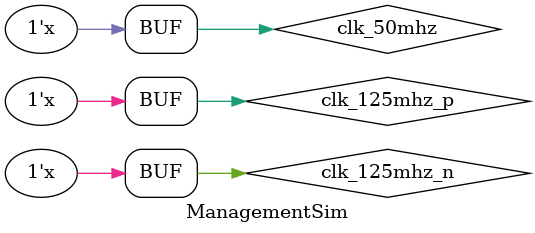
<source format=sv>
`timescale 1ns/1ps
`default_nettype none
/***********************************************************************************************************************
*                                                                                                                      *
* LATENTPACKET v0.1                                                                                                    *
*                                                                                                                      *
* Copyright (c) 2023 Andrew D. Zonenberg and contributors                                                              *
* All rights reserved.                                                                                                 *
*                                                                                                                      *
* Redistribution and use in source and binary forms, with or without modification, are permitted provided that the     *
* following conditions are met:                                                                                        *
*                                                                                                                      *
*    * Redistributions of source code must retain the above copyright notice, this list of conditions, and the         *
*      following disclaimer.                                                                                           *
*                                                                                                                      *
*    * Redistributions in binary form must reproduce the above copyright notice, this list of conditions and the       *
*      following disclaimer in the documentation and/or other materials provided with the distribution.                *
*                                                                                                                      *
*    * Neither the name of the author nor the names of any contributors may be used to endorse or promote products     *
*      derived from this software without specific prior written permission.                                           *
*                                                                                                                      *
* THIS SOFTWARE IS PROVIDED BY THE AUTHORS "AS IS" AND ANY EXPRESS OR IMPLIED WARRANTIES, INCLUDING, BUT NOT LIMITED   *
* TO, THE IMPLIED WARRANTIES OF MERCHANTABILITY AND FITNESS FOR A PARTICULAR PURPOSE ARE DISCLAIMED. IN NO EVENT SHALL *
* THE AUTHORS BE HELD LIABLE FOR ANY DIRECT, INDIRECT, INCIDENTAL, SPECIAL, EXEMPLARY, OR CONSEQUENTIAL DAMAGES        *
* (INCLUDING, BUT NOT LIMITED TO, PROCUREMENT OF SUBSTITUTE GOODS OR SERVICES; LOSS OF USE, DATA, OR PROFITS; OR       *
* BUSINESS INTERRUPTION) HOWEVER CAUSED AND ON ANY THEORY OF LIABILITY, WHETHER IN CONTRACT, STRICT LIABILITY, OR TORT *
* (INCLUDING NEGLIGENCE OR OTHERWISE) ARISING IN ANY WAY OUT OF THE USE OF THIS SOFTWARE, EVEN IF ADVISED OF THE       *
* POSSIBILITY OF SUCH DAMAGE.                                                                                          *
*                                                                                                                      *
***********************************************************************************************************************/

`include "EthernetBus.svh"

module ManagementSim();

	////////////////////////////////////////////////////////////////////////////////////////////////////////////////////
	// Simulated external oscillator

	logic	clk_125mhz_p = 1;
	logic	clk_125mhz_n = 0;

	always begin
		#4;
		clk_125mhz_p = !clk_125mhz_p;
		clk_125mhz_n = !clk_125mhz_n;
	end

	////////////////////////////////////////////////////////////////////////////////////////////////////////////////////
	// Clock synthesis

	wire clk_125mhz;
	wire clk_250mhz;
	wire clk_312p5mhz;
	wire clk_400mhz;
	wire clk_625mhz_0;
	wire clk_625mhz_90;

	wire pll_main_lock;

	wire clk_ram;
	wire clk_ram_ctl;
	wire clk_ram_90;

	wire pll_ram_lock;

	ClockGeneration clk_system(
		.clk_125mhz_p(clk_125mhz_p),
		.clk_125mhz_n(clk_125mhz_n),

		.clk_125mhz(clk_125mhz),
		.clk_250mhz(clk_250mhz),
		.clk_312p5mhz(clk_312p5mhz),
		.clk_400mhz(clk_400mhz),
		.clk_625mhz_0(clk_625mhz_0),
		.clk_625mhz_90(clk_625mhz_90),

		.pll_main_lock(pll_main_lock),

		.clk_ram(clk_ram),
		.clk_ram_ctl(clk_ram_ctl),
		.clk_ram_90(clk_ram_90),

		.pll_ram_lock(pll_ram_lock)
	);

	////////////////////////////////////////////////////////////////////////////////////////////////////////////////////
	// Device information

	logic	clk_50mhz = 0;
	always begin
		#10;
		clk_50mhz = !clk_50mhz;
	end

	wire[63:0]	die_serial;
	wire		die_serial_valid;

	wire[31:0]	idcode;
	wire		idcode_valid;

	DeviceInfo_7series info(
		.clk(clk_50mhz),

		.die_serial(die_serial),
		.die_serial_valid(die_serial_valid),
		.idcode(idcode),
		.idcode_valid(idcode_valid)
	);

	////////////////////////////////////////////////////////////////////////////////////////////////////////////////////
	// The management interface

	wire		mgmt_rd_en;
	wire[15:0]	mgmt_rd_addr;
	wire		mgmt_rd_valid;
	wire[7:0]	mgmt_rd_data;

	SimulationManagementBridge mbridge(
		.clk(clk_ram_ctl),

		.rd_en(mgmt_rd_en),
		.rd_addr(mgmt_rd_addr),
		.rd_valid(mgmt_rd_valid),
		.rd_data(mgmt_rd_data)
	);

	ManagementRegisterInterface iface(
		.clk(clk_ram_ctl),

		.rd_en(mgmt_rd_en),
		.rd_addr(mgmt_rd_addr),
		.rd_valid(mgmt_rd_valid),
		.rd_data(mgmt_rd_data),

		.die_serial_valid(die_serial_valid),
		.die_serial(die_serial),
		.idcode_valid(idcode_valid),
		.idcode(idcode)
	);

endmodule

</source>
